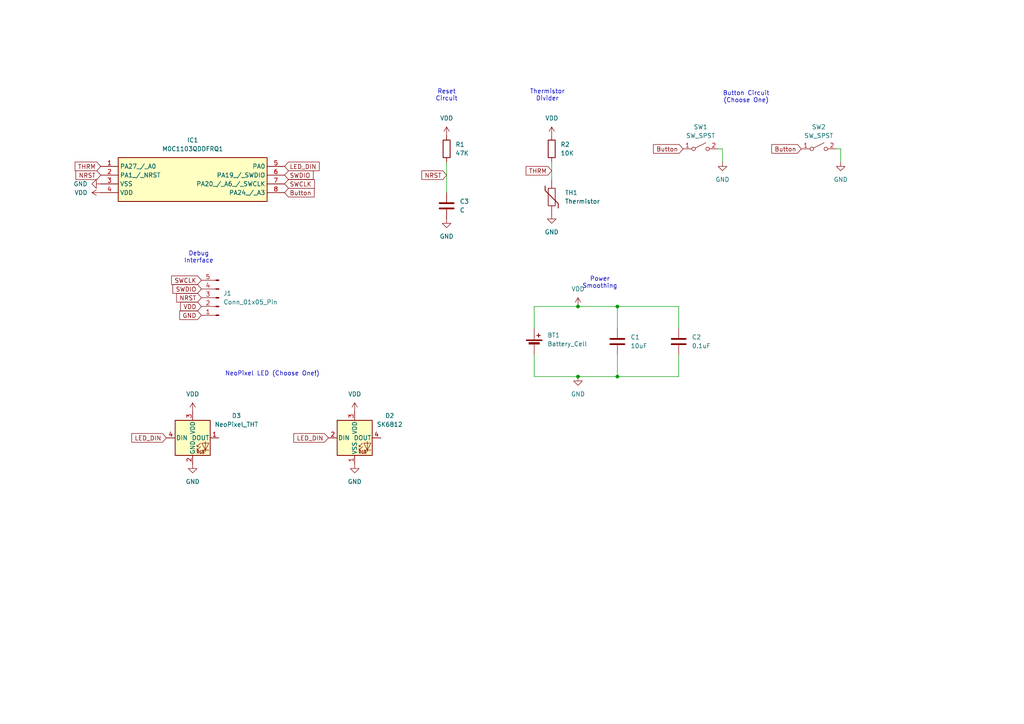
<source format=kicad_sch>
(kicad_sch (version 20250114) (generator "eeschema") (generator_version "9.0")
  (paper "A4")
  (lib_symbols
    (symbol "Connector:Conn_01x05_Pin" (pin_names (offset 1.016) (hide yes))
      (property "Reference" "J" (at 0 7.62 0))
      (property "Value" "Conn_01x05_Pin" (at 0 -7.62 0))
      (symbol "Conn_01x05_Pin_1_1"
        (rectangle (start 0.8636 5.207) (end 0 4.953) (stroke (width 0.1524)) (fill (type outline)))
        (rectangle (start 0.8636 2.667) (end 0 2.413) (stroke (width 0.1524)) (fill (type outline)))
        (rectangle (start 0.8636 0.127) (end 0 -0.127) (stroke (width 0.1524)) (fill (type outline)))
        (rectangle (start 0.8636 -2.413) (end 0 -2.667) (stroke (width 0.1524)) (fill (type outline)))
        (rectangle (start 0.8636 -4.953) (end 0 -5.207) (stroke (width 0.1524)) (fill (type outline)))
        (polyline (pts (xy 1.27 5.08) (xy 0.8636 5.08)) (stroke (width 0.1524)))
        (polyline (pts (xy 1.27 2.54) (xy 0.8636 2.54)) (stroke (width 0.1524)))
        (polyline (pts (xy 1.27 0) (xy 0.8636 0)) (stroke (width 0.1524)))
        (polyline (pts (xy 1.27 -2.54) (xy 0.8636 -2.54)) (stroke (width 0.1524)))
        (polyline (pts (xy 1.27 -5.08) (xy 0.8636 -5.08)) (stroke (width 0.1524)))
        (pin passive line (at 5.08 5.08 180) (length 3.81) (name "Pin_1") (number "1"))
        (pin passive line (at 5.08 2.54 180) (length 3.81) (name "Pin_2") (number "2"))
        (pin passive line (at 5.08 0 180) (length 3.81) (name "Pin_3") (number "3"))
        (pin passive line (at 5.08 -2.54 180) (length 3.81) (name "Pin_4") (number "4"))
        (pin passive line (at 5.08 -5.08 180) (length 3.81) (name "Pin_5") (number "5"))
      )
    )
    (symbol "Device:Battery_Cell" (pin_numbers (hide yes)) (pin_names (offset 0) (hide yes))
      (property "Reference" "BT" (at 2.54 2.54 0))
      (property "Value" "Battery_Cell" (at 2.54 0 0))
      (symbol "Battery_Cell_0_1"
        (rectangle (start -2.286 1.778) (end 2.286 1.524) (fill (type outline)))
        (rectangle (start -1.524 1.016) (end 1.524 0.508) (fill (type outline)))
        (polyline (pts (xy 0 1.778) (xy 0 2.54)))
        (polyline (pts (xy 0 0.762) (xy 0 0)))
        (polyline (pts (xy 0.762 3.048) (xy 1.778 3.048)) (stroke (width 0.254)))
        (polyline (pts (xy 1.27 3.556) (xy 1.27 2.54)) (stroke (width 0.254)))
      )
      (symbol "Battery_Cell_1_1"
        (pin passive line (at 0 5.08 270) (length 2.54) (name "+") (number "1"))
        (pin passive line (at 0 -2.54 90) (length 2.54) (name "-") (number "2"))
      )
    )
    (symbol "Device:C" (pin_numbers (hide yes)) (pin_names (offset 0.254))
      (property "Reference" "C" (at 0.635 2.54 0))
      (property "Value" "C" (at 0.635 -2.54 0))
      (symbol "C_0_1"
        (polyline (pts (xy -2.032 0.762) (xy 2.032 0.762)) (stroke (width 0.508)))
        (polyline (pts (xy -2.032 -0.762) (xy 2.032 -0.762)) (stroke (width 0.508)))
      )
      (symbol "C_1_1"
        (pin passive line (at 0 3.81 270) (length 2.794) (name "~") (number "1"))
        (pin passive line (at 0 -3.81 90) (length 2.794) (name "~") (number "2"))
      )
    )
    (symbol "Device:R" (pin_numbers (hide yes)) (pin_names (offset 0))
      (property "Reference" "R" (at 2.032 0 90))
      (property "Value" "R" (at 0 0 90))
      (symbol "R_0_1"
        (rectangle (start -1.016 -2.54) (end 1.016 2.54) (stroke (width 0.254)))
      )
      (symbol "R_1_1"
        (pin passive line (at 0 3.81 270) (length 1.27) (name "~") (number "1"))
        (pin passive line (at 0 -3.81 90) (length 1.27) (name "~") (number "2"))
      )
    )
    (symbol "Device:Thermistor" (pin_numbers (hide yes)) (pin_names (offset 0))
      (property "Reference" "TH" (at 2.54 1.27 90))
      (property "Value" "Thermistor" (at -2.54 0 90))
      (symbol "Thermistor_0_1"
        (polyline (pts (xy -1.905 3.175) (xy -1.905 1.905) (xy 1.905 -1.905) (xy 1.905 -3.175) (xy 1.905 -3.175)) (stroke (width 0.254)))
        (rectangle (start -1.016 2.54) (end 1.016 -2.54) (stroke (width 0.2032)))
      )
      (symbol "Thermistor_1_1"
        (pin passive line (at 0 5.08 270) (length 2.54) (name "~") (number "1"))
        (pin passive line (at 0 -5.08 90) (length 2.54) (name "~") (number "2"))
      )
    )
    (symbol "ELEC327-Kicad:M0C1103QDDFRQ1"
      (property "Reference" "IC" (at 49.53 7.62 0))
      (property "Value" "M0C1103QDDFRQ1" (at 49.53 5.08 0))
      (symbol "M0C1103QDDFRQ1_1_1"
        (rectangle (start 5.08 2.54) (end 48.26 -10.16) (stroke (width 0.254)) (fill (type background)))
        (pin passive line (at 0 0 0) (length 5.08) (name "PA27_/_A0") (number "1"))
        (pin passive line (at 0 -2.54 0) (length 5.08) (name "PA1_/_NRST") (number "2"))
        (pin passive line (at 0 -5.08 0) (length 5.08) (name "VSS") (number "3"))
        (pin passive line (at 0 -7.62 0) (length 5.08) (name "VDD") (number "4"))
        (pin passive line (at 53.34 0 180) (length 5.08) (name "PA0") (number "5"))
        (pin passive line (at 53.34 -2.54 180) (length 5.08) (name "PA19_/_SWDIO") (number "6"))
        (pin passive line (at 53.34 -5.08 180) (length 5.08) (name "PA20_/_A6_/_SWCLK") (number "7"))
        (pin passive line (at 53.34 -7.62 180) (length 5.08) (name "PA24_/_A3") (number "8"))
      )
    )
    (symbol "LED:NeoPixel_THT" (pin_names (offset 0.254))
      (property "Reference" "D" (at 5.08 5.715 0))
      (property "Value" "NeoPixel_THT" (at 1.27 -5.715 0))
      (symbol "NeoPixel_THT_0_0"
        (text "RGB" (at 2.286 -4.191 0) (effects (font (size 0.762 0.762))))
      )
      (symbol "NeoPixel_THT_0_1"
        (polyline (pts (xy 1.27 -2.54) (xy 1.778 -2.54)))
        (polyline (pts (xy 1.27 -3.556) (xy 1.778 -3.556)))
        (polyline (pts (xy 2.286 -1.524) (xy 1.27 -2.54) (xy 1.27 -2.032)))
        (polyline (pts (xy 2.286 -2.54) (xy 1.27 -3.556) (xy 1.27 -3.048)))
        (polyline (pts (xy 3.683 -1.016) (xy 3.683 -3.556) (xy 3.683 -4.064)))
        (polyline (pts (xy 4.699 -1.524) (xy 2.667 -1.524) (xy 3.683 -3.556) (xy 4.699 -1.524)))
        (polyline (pts (xy 4.699 -3.556) (xy 2.667 -3.556)))
        (rectangle (start 5.08 5.08) (end -5.08 -5.08) (stroke (width 0.254)) (fill (type background)))
      )
      (symbol "NeoPixel_THT_1_1"
        (pin input line (at -7.62 0 0) (length 2.54) (name "DIN") (number "4"))
        (pin power_in line (at 0 7.62 270) (length 2.54) (name "VDD") (number "3"))
        (pin power_in line (at 0 -7.62 90) (length 2.54) (name "GND") (number "2"))
        (pin output line (at 7.62 0 180) (length 2.54) (name "DOUT") (number "1"))
      )
    )
    (symbol "LED:SK6812" (pin_names (offset 0.254))
      (property "Reference" "D" (at 5.08 5.715 0))
      (property "Value" "SK6812" (at 1.27 -5.715 0))
      (symbol "SK6812_0_0"
        (text "RGB" (at 2.286 -4.191 0) (effects (font (size 0.762 0.762))))
      )
      (symbol "SK6812_0_1"
        (polyline (pts (xy 1.27 -2.54) (xy 1.778 -2.54)))
        (polyline (pts (xy 1.27 -3.556) (xy 1.778 -3.556)))
        (polyline (pts (xy 2.286 -1.524) (xy 1.27 -2.54) (xy 1.27 -2.032)))
        (polyline (pts (xy 2.286 -2.54) (xy 1.27 -3.556) (xy 1.27 -3.048)))
        (polyline (pts (xy 3.683 -1.016) (xy 3.683 -3.556) (xy 3.683 -4.064)))
        (polyline (pts (xy 4.699 -1.524) (xy 2.667 -1.524) (xy 3.683 -3.556) (xy 4.699 -1.524)))
        (polyline (pts (xy 4.699 -3.556) (xy 2.667 -3.556)))
        (rectangle (start 5.08 5.08) (end -5.08 -5.08) (stroke (width 0.254)) (fill (type background)))
      )
      (symbol "SK6812_1_1"
        (pin input line (at -7.62 0 0) (length 2.54) (name "DIN") (number "2"))
        (pin power_in line (at 0 7.62 270) (length 2.54) (name "VDD") (number "3"))
        (pin power_in line (at 0 -7.62 90) (length 2.54) (name "VSS") (number "1"))
        (pin output line (at 7.62 0 180) (length 2.54) (name "DOUT") (number "4"))
      )
    )
    (symbol "Switch:SW_SPST" (pin_names (offset 0) (hide yes))
      (property "Reference" "SW" (at 0 3.175 0))
      (property "Value" "SW_SPST" (at 0 -2.54 0))
      (symbol "SW_SPST_0_0"
        (circle (center -2.032 0) (radius 0.508))
        (polyline (pts (xy -1.524 0.254) (xy 1.524 1.778)))
        (circle (center 2.032 0) (radius 0.508))
      )
      (symbol "SW_SPST_1_1"
        (pin passive line (at -5.08 0 0) (length 2.54) (name "A") (number "1"))
        (pin passive line (at 5.08 0 180) (length 2.54) (name "B") (number "2"))
      )
    )
    (symbol "power:GND" (power) (pin_numbers (hide yes)) (pin_names (offset 0) (hide yes))
      (property "Value" "GND" (at 0 -3.81 0))
      (symbol "GND_0_1"
        (polyline (pts (xy 0 0) (xy 0 -1.27) (xy 1.27 -1.27) (xy 0 -2.54) (xy -1.27 -1.27) (xy 0 -1.27)))
      )
      (symbol "GND_1_1"
        (pin power_in line (at 0 0 270) (length 0) (name "~") (number "1"))
      )
    )
    (symbol "power:VDD" (power) (pin_numbers (hide yes)) (pin_names (offset 0) (hide yes))
      (property "Value" "VDD" (at 0 3.556 0))
      (symbol "VDD_0_1"
        (polyline (pts (xy -0.762 1.27) (xy 0 2.54)))
        (polyline (pts (xy 0 2.54) (xy 0.762 1.27)))
        (polyline (pts (xy 0 0) (xy 0 2.54)))
      )
      (symbol "VDD_1_1"
        (pin power_in line (at 0 0 90) (length 0) (name "~") (number "1"))
      )
    )
  )
  (text "Reset\nCircuit" (at 129.54 27.686 0) (effects (font (size 1.27 1.27))))
  (text "NeoPixel LED (Choose One!)" (at 78.994 108.458 0) (effects (font (size 1.27 1.27))))
  (text "Power\nSmoothing" (at 173.99 82.042 0) (effects (font (size 1.27 1.27))))
  (text "Debug\nInterface" (at 57.658 74.676 0) (effects (font (size 1.27 1.27))))
  (text "Thermistor\nDivider" (at 158.75 27.686 0) (effects (font (size 1.27 1.27))))
  (text "Button Circuit\n(Choose One)" (at 216.408 28.194 0) (effects (font (size 1.27 1.27))))
  (junction (at 179.07 109.22))
  (junction (at 167.64 88.9))
  (junction (at 179.07 88.9))
  (junction (at 167.64 109.22))
  (wire (pts (xy 154.94 109.22) (xy 154.94 102.87)))
  (wire (pts (xy 167.64 88.9) (xy 179.07 88.9)))
  (wire (pts (xy 196.85 88.9) (xy 196.85 95.25)))
  (wire (pts (xy 243.84 46.99) (xy 243.84 43.18)))
  (wire (pts (xy 209.55 43.18) (xy 208.28 43.18)))
  (wire (pts (xy 160.02 52.07) (xy 160.02 46.99)))
  (wire (pts (xy 167.64 109.22) (xy 154.94 109.22)))
  (wire (pts (xy 129.54 55.88) (xy 129.54 46.99)))
  (wire (pts (xy 179.07 109.22) (xy 179.07 102.87)))
  (wire (pts (xy 179.07 109.22) (xy 167.64 109.22)))
  (wire (pts (xy 243.84 43.18) (xy 242.57 43.18)))
  (wire (pts (xy 179.07 88.9) (xy 179.07 95.25)))
  (wire (pts (xy 209.55 46.99) (xy 209.55 43.18)))
  (wire (pts (xy 154.94 95.25) (xy 154.94 88.9)))
  (wire (pts (xy 196.85 102.87) (xy 196.85 109.22)))
  (wire (pts (xy 179.07 88.9) (xy 196.85 88.9)))
  (wire (pts (xy 154.94 88.9) (xy 167.64 88.9)))
  (wire (pts (xy 196.85 109.22) (xy 179.07 109.22)))
  (global_label "Button" (shape input) (at 198.12 43.18 180) (property "Intersheetrefs" "${INTERSHEET_REFS}" (effects (hide yes))))
  (global_label "LED_DIN" (shape input) (at 95.25 127 180) (property "Intersheetrefs" "${INTERSHEET_REFS}" (effects (hide yes))))
  (global_label "SWDIO" (shape input) (at 82.55 50.8 0) (property "Intersheetrefs" "${INTERSHEET_REFS}" (effects (hide yes))))
  (global_label "SWDIO" (shape input) (at 58.42 83.82 180) (property "Intersheetrefs" "${INTERSHEET_REFS}" (effects (hide yes))))
  (global_label "NRST" (shape input) (at 29.21 50.8 180) (property "Intersheetrefs" "${INTERSHEET_REFS}" (effects (hide yes))))
  (global_label "GND" (shape input) (at 58.42 91.44 180) (property "Intersheetrefs" "${INTERSHEET_REFS}" (effects (hide yes))))
  (global_label "Button" (shape input) (at 82.55 55.88 0) (property "Intersheetrefs" "${INTERSHEET_REFS}" (effects (hide yes))))
  (global_label "THRM" (shape input) (at 29.21 48.26 180) (property "Intersheetrefs" "${INTERSHEET_REFS}" (effects (hide yes))))
  (global_label "Button" (shape input) (at 232.41 43.18 180) (property "Intersheetrefs" "${INTERSHEET_REFS}" (effects (hide yes))))
  (global_label "NRST" (shape input) (at 58.42 86.36 180) (property "Intersheetrefs" "${INTERSHEET_REFS}" (effects (hide yes))))
  (global_label "VDD" (shape input) (at 58.42 88.9 180) (property "Intersheetrefs" "${INTERSHEET_REFS}" (effects (hide yes))))
  (global_label "SWCLK" (shape input) (at 58.42 81.28 180) (property "Intersheetrefs" "${INTERSHEET_REFS}" (effects (hide yes))))
  (global_label "LED_DIN" (shape input) (at 82.55 48.26 0) (property "Intersheetrefs" "${INTERSHEET_REFS}" (effects (hide yes))))
  (global_label "THRM" (shape input) (at 160.02 49.53 180) (property "Intersheetrefs" "${INTERSHEET_REFS}" (effects (hide yes))))
  (global_label "NRST" (shape input) (at 129.54 50.8 180) (property "Intersheetrefs" "${INTERSHEET_REFS}" (effects (hide yes))))
  (global_label "SWCLK" (shape input) (at 82.55 53.34 0) (property "Intersheetrefs" "${INTERSHEET_REFS}" (effects (hide yes))))
  (global_label "LED_DIN" (shape input) (at 48.26 127 180) (property "Intersheetrefs" "${INTERSHEET_REFS}" (effects (hide yes))))
  (symbol (lib_id "power:VDD") (at 160.02 39.37 0) (unit 1)
    (property "Reference" "#PWR011" (effects (hide yes)))
    (property "Value" "VDD" (at 160.02 34.29 0))
    (property "Description" "Power symbol creates a global label with name \"VDD\"" (effects (hide yes)))
  )
  (symbol (lib_id "power:GND") (at 29.21 53.34 270) (unit 1)
    (property "Reference" "#PWR08" (effects (hide yes)))
    (property "Value" "GND" (at 25.4 53.3399 90) (effects (justify right)))
    (property "Description" "Power symbol creates a global label with name \"GND\" , ground" (effects (hide yes)))
  )
  (symbol (lib_id "power:GND") (at 129.54 63.5 0) (unit 1)
    (property "Reference" "#PWR010" (effects (hide yes)))
    (property "Value" "GND" (at 129.54 68.58 0))
    (property "Description" "Power symbol creates a global label with name \"GND\" , ground" (effects (hide yes)))
  )
  (symbol (lib_id "Switch:SW_SPST") (at 203.2 43.18 0) (unit 1)
    (property "Reference" "SW1" (at 203.2 36.83 0))
    (property "Value" "SW_SPST" (at 203.2 39.37 0))
    (property "Footprint" "Button_Switch_THT:SW_PUSH_6mm_H5mm" (effects (hide yes)))
    (property "Description" "Single Pole Single Throw (SPST) switch" (effects (hide yes)))
  )
  (symbol (lib_id "power:VDD") (at 129.54 39.37 0) (unit 1)
    (property "Reference" "#PWR09" (effects (hide yes)))
    (property "Value" "VDD" (at 129.54 34.29 0))
    (property "Description" "Power symbol creates a global label with name \"VDD\"" (effects (hide yes)))
  )
  (symbol (lib_id "power:GND") (at 102.87 134.62 0) (unit 1)
    (property "Reference" "#PWR02" (effects (hide yes)))
    (property "Value" "GND" (at 102.87 139.7 0))
    (property "Description" "Power symbol creates a global label with name \"GND\" , ground" (effects (hide yes)))
  )
  (symbol (lib_id "Device:R") (at 129.54 43.18 0) (unit 1)
    (property "Reference" "R1" (at 132.08 41.9099 0) (effects (justify left)))
    (property "Value" "47K" (at 132.08 44.4499 0) (effects (justify left)))
    (property "Footprint" "Resistor_SMD:R_1206_3216Metric_Pad1.30x1.75mm_HandSolder" (effects (hide yes)))
    (property "Description" "Resistor" (effects (hide yes)))
  )
  (symbol (lib_id "Device:R") (at 160.02 43.18 0) (unit 1)
    (property "Reference" "R2" (at 162.56 41.9099 0) (effects (justify left)))
    (property "Value" "10K" (at 162.56 44.4499 0) (effects (justify left)))
    (property "Footprint" "Resistor_SMD:R_1206_3216Metric_Pad1.30x1.75mm_HandSolder" (effects (hide yes)))
    (property "Description" "Resistor" (effects (hide yes)))
  )
  (symbol (lib_id "power:VDD") (at 102.87 119.38 0) (unit 1)
    (property "Reference" "#PWR06" (effects (hide yes)))
    (property "Value" "VDD" (at 102.87 114.3 0))
    (property "Description" "Power symbol creates a global label with name \"VDD\"" (effects (hide yes)))
  )
  (symbol (lib_id "power:GND") (at 243.84 46.99 0) (unit 1)
    (property "Reference" "#PWR01" (effects (hide yes)))
    (property "Value" "GND" (at 243.84 52.07 0))
    (property "Description" "Power symbol creates a global label with name \"GND\" , ground" (effects (hide yes)))
  )
  (symbol (lib_id "power:VDD") (at 167.64 88.9 0) (unit 1)
    (property "Reference" "#PWR05" (effects (hide yes)))
    (property "Value" "VDD" (at 167.64 83.82 0))
    (property "Description" "Power symbol creates a global label with name \"VDD\"" (effects (hide yes)))
  )
  (symbol (lib_id "Connector:Conn_01x05_Pin") (at 63.5 86.36 180) (unit 1)
    (property "Reference" "J1" (at 64.77 85.0899 0) (effects (justify right)))
    (property "Value" "Conn_01x05_Pin" (at 64.77 87.6299 0) (effects (justify right)))
    (property "Footprint" "Connector_PinHeader_2.54mm:PinHeader_1x05_P2.54mm_Vertical" (effects (hide yes)))
    (property "Description" "Generic connector, single row, 01x05, script generated" (effects (hide yes)))
  )
  (symbol (lib_id "Device:Thermistor") (at 160.02 57.15 0) (unit 1)
    (property "Reference" "TH1" (at 163.83 55.8799 0) (effects (justify left)))
    (property "Value" "Thermistor" (at 163.83 58.4199 0) (effects (justify left)))
    (property "Footprint" "Resistor_SMD:R_1206_3216Metric_Pad1.30x1.75mm_HandSolder" (effects (hide yes)))
    (property "Datasheet" "https://datasheets.kyocera-avx.com/nb21-nb12-nb20.pdf" (effects (hide yes)))
    (property "Description" "Temperature dependent resistor" (effects (hide yes)))
  )
  (symbol (lib_id "power:GND") (at 209.55 46.99 0) (unit 1)
    (property "Reference" "#PWR013" (effects (hide yes)))
    (property "Value" "GND" (at 209.55 52.07 0))
    (property "Description" "Power symbol creates a global label with name \"GND\" , ground" (effects (hide yes)))
  )
  (symbol (lib_id "power:GND") (at 160.02 62.23 0) (unit 1)
    (property "Reference" "#PWR012" (effects (hide yes)))
    (property "Value" "GND" (at 160.02 67.31 0))
    (property "Description" "Power symbol creates a global label with name \"GND\" , ground" (effects (hide yes)))
  )
  (symbol (lib_id "ELEC327-Kicad:M0C1103QDDFRQ1") (at 29.21 48.26 0) (unit 1)
    (property "Reference" "IC1" (at 55.88 40.64 0))
    (property "Value" "M0C1103QDDFRQ1" (at 55.88 43.18 0))
    (property "Footprint" "Package_TO_SOT_SMD:SOT-23-8" (effects (hide yes)))
    (property "Datasheet" "https://www.ti.com/lit/ds/symlink/mspm0c1104-q1.pdf?ts=1746800032528&ref_url=https%253A%252F%252Fwww.ti.com%252Fproduct%252FMSPM0C1104-Q1" (effects (hide yes)))
    (property "Description" "ARM Microcontrollers - MCU Automotive 24MHz Arm Cortex-M0+ MCU with" (effects (hide yes)))
    (property "Height" "1.1" (effects (hide yes)))
    (property "Mouser Part Number" "595-M0C1103QDDFRQ1" (effects (hide yes)))
    (property "Mouser Price/Stock" "https://www.mouser.co.uk/ProductDetail/Texas-Instruments/M0C1103QDDFRQ1?qs=%252BXxaIXUDbq267E5NDb0Cdw%3D%3D" (effects (hide yes)))
    (property "Manufacturer_Name" "Texas Instruments" (effects (hide yes)))
    (property "Manufacturer_Part_Number" "M0C1103QDDFRQ1" (effects (hide yes)))
  )
  (symbol (lib_id "LED:NeoPixel_THT") (at 55.88 127 0) (unit 1)
    (property "Reference" "D3" (at 68.58 120.5798 0))
    (property "Value" "NeoPixel_THT" (at 68.58 123.1198 0))
    (property "Footprint" "LED_THT:LED_D5.0mm-4_RGB" (effects (hide yes)))
    (property "Datasheet" "https://www.adafruit.com/product/1938" (effects (hide yes)))
    (property "Description" "RGB LED with integrated controller, 5mm/8mm LED package" (effects (hide yes)))
  )
  (symbol (lib_id "Device:C") (at 179.07 99.06 0) (unit 1)
    (property "Reference" "C1" (at 182.88 97.7899 0) (effects (justify left)))
    (property "Value" "10uF" (at 182.88 100.3299 0) (effects (justify left)))
    (property "Footprint" "Capacitor_SMD:C_1206_3216Metric_Pad1.33x1.80mm_HandSolder" (effects (hide yes)))
    (property "Description" "Unpolarized capacitor" (effects (hide yes)))
  )
  (symbol (lib_id "power:VDD") (at 29.21 55.88 90) (unit 1)
    (property "Reference" "#PWR07" (effects (hide yes)))
    (property "Value" "VDD" (at 25.4 55.8799 90) (effects (justify left)))
    (property "Description" "Power symbol creates a global label with name \"VDD\"" (effects (hide yes)))
  )
  (symbol (lib_id "power:GND") (at 167.64 109.22 0) (unit 1)
    (property "Reference" "#PWR014" (effects (hide yes)))
    (property "Value" "GND" (at 167.64 114.3 0))
    (property "Description" "Power symbol creates a global label with name \"GND\" , ground" (effects (hide yes)))
  )
  (symbol (lib_id "Device:C") (at 196.85 99.06 0) (unit 1)
    (property "Reference" "C2" (at 200.66 97.7899 0) (effects (justify left)))
    (property "Value" "0.1uF" (at 200.66 100.3299 0) (effects (justify left)))
    (property "Footprint" "Capacitor_SMD:C_1206_3216Metric_Pad1.33x1.80mm_HandSolder" (effects (hide yes)))
    (property "Description" "Unpolarized capacitor" (effects (hide yes)))
  )
  (symbol (lib_id "power:GND") (at 55.88 134.62 0) (unit 1)
    (property "Reference" "#PWR03" (effects (hide yes)))
    (property "Value" "GND" (at 55.88 139.7 0))
    (property "Description" "Power symbol creates a global label with name \"GND\" , ground" (effects (hide yes)))
  )
  (symbol (lib_id "LED:SK6812") (at 102.87 127 0) (unit 1)
    (property "Reference" "D2" (at 113.03 120.5798 0))
    (property "Value" "SK6812" (at 113.03 123.1198 0))
    (property "Footprint" "LED_SMD:LED_SK6812_PLCC4_5.0x5.0mm_P3.2mm" (effects (hide yes)))
    (property "Datasheet" "https://cdn-shop.adafruit.com/product-files/1138/SK6812+LED+datasheet+.pdf" (effects (hide yes)))
    (property "Description" "RGB LED with integrated controller" (effects (hide yes)))
  )
  (symbol (lib_id "Device:C") (at 129.54 59.69 0) (unit 1)
    (property "Reference" "C3" (at 133.35 58.4199 0) (effects (justify left)))
    (property "Value" "C" (at 133.35 60.9599 0) (effects (justify left)))
    (property "Footprint" "Capacitor_SMD:C_1206_3216Metric_Pad1.33x1.80mm_HandSolder" (effects (hide yes)))
    (property "Description" "Unpolarized capacitor" (effects (hide yes)))
  )
  (symbol (lib_id "Switch:SW_SPST") (at 237.49 43.18 0) (unit 1)
    (property "Reference" "SW2" (at 237.49 36.83 0))
    (property "Value" "SW_SPST" (at 237.49 39.37 0))
    (property "Footprint" "Button_Switch_SMD:SW_SPST_PTS647_Sx50" (effects (hide yes)))
    (property "Description" "Single Pole Single Throw (SPST) switch" (effects (hide yes)))
  )
  (symbol (lib_id "power:VDD") (at 55.88 119.38 0) (unit 1)
    (property "Reference" "#PWR04" (effects (hide yes)))
    (property "Value" "VDD" (at 55.88 114.3 0))
    (property "Description" "Power symbol creates a global label with name \"VDD\"" (effects (hide yes)))
  )
  (symbol (lib_id "Device:Battery_Cell") (at 154.94 100.33 0) (unit 1)
    (property "Reference" "BT1" (at 158.75 97.2184 0) (effects (justify left)))
    (property "Value" "Battery_Cell" (at 158.75 99.7584 0) (effects (justify left)))
    (property "Footprint" "Battery:BatteryHolder_Keystone_3001_1x12mm" (effects (hide yes)))
    (property "Description" "Single-cell battery" (effects (hide yes)))
  )
)
</source>
